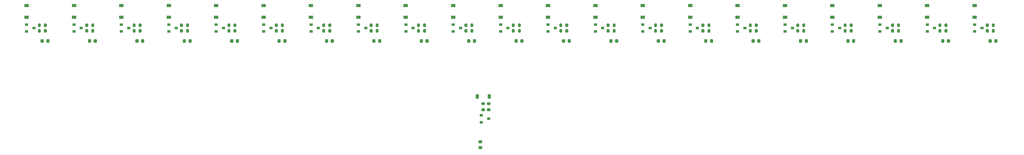
<source format=gbr>
%TF.GenerationSoftware,KiCad,Pcbnew,(5.1.7)-1*%
%TF.CreationDate,2020-11-19T07:16:12+01:00*%
%TF.ProjectId,power_distribution_v01,706f7765-725f-4646-9973-747269627574,rev?*%
%TF.SameCoordinates,Original*%
%TF.FileFunction,Paste,Top*%
%TF.FilePolarity,Positive*%
%FSLAX46Y46*%
G04 Gerber Fmt 4.6, Leading zero omitted, Abs format (unit mm)*
G04 Created by KiCad (PCBNEW (5.1.7)-1) date 2020-11-19 07:16:12*
%MOMM*%
%LPD*%
G01*
G04 APERTURE LIST*
%ADD10R,0.900000X0.800000*%
%ADD11R,1.200000X0.900000*%
%ADD12R,0.900000X1.200000*%
G04 APERTURE END LIST*
%TO.C,R44*%
G36*
G01*
X84663000Y-163509000D02*
X84663000Y-162959000D01*
G75*
G02*
X84863000Y-162759000I200000J0D01*
G01*
X85263000Y-162759000D01*
G75*
G02*
X85463000Y-162959000I0J-200000D01*
G01*
X85463000Y-163509000D01*
G75*
G02*
X85263000Y-163709000I-200000J0D01*
G01*
X84863000Y-163709000D01*
G75*
G02*
X84663000Y-163509000I0J200000D01*
G01*
G37*
G36*
G01*
X83013000Y-163509000D02*
X83013000Y-162959000D01*
G75*
G02*
X83213000Y-162759000I200000J0D01*
G01*
X83613000Y-162759000D01*
G75*
G02*
X83813000Y-162959000I0J-200000D01*
G01*
X83813000Y-163509000D01*
G75*
G02*
X83613000Y-163709000I-200000J0D01*
G01*
X83213000Y-163709000D01*
G75*
G02*
X83013000Y-163509000I0J200000D01*
G01*
G37*
%TD*%
%TO.C,R43*%
G36*
G01*
X84663000Y-165033000D02*
X84663000Y-164483000D01*
G75*
G02*
X84863000Y-164283000I200000J0D01*
G01*
X85263000Y-164283000D01*
G75*
G02*
X85463000Y-164483000I0J-200000D01*
G01*
X85463000Y-165033000D01*
G75*
G02*
X85263000Y-165233000I-200000J0D01*
G01*
X84863000Y-165233000D01*
G75*
G02*
X84663000Y-165033000I0J200000D01*
G01*
G37*
G36*
G01*
X83013000Y-165033000D02*
X83013000Y-164483000D01*
G75*
G02*
X83213000Y-164283000I200000J0D01*
G01*
X83613000Y-164283000D01*
G75*
G02*
X83813000Y-164483000I0J-200000D01*
G01*
X83813000Y-165033000D01*
G75*
G02*
X83613000Y-165233000I-200000J0D01*
G01*
X83213000Y-165233000D01*
G75*
G02*
X83013000Y-165033000I0J200000D01*
G01*
G37*
%TD*%
%TO.C,R42*%
G36*
G01*
X97663000Y-163509000D02*
X97663000Y-162959000D01*
G75*
G02*
X97863000Y-162759000I200000J0D01*
G01*
X98263000Y-162759000D01*
G75*
G02*
X98463000Y-162959000I0J-200000D01*
G01*
X98463000Y-163509000D01*
G75*
G02*
X98263000Y-163709000I-200000J0D01*
G01*
X97863000Y-163709000D01*
G75*
G02*
X97663000Y-163509000I0J200000D01*
G01*
G37*
G36*
G01*
X96013000Y-163509000D02*
X96013000Y-162959000D01*
G75*
G02*
X96213000Y-162759000I200000J0D01*
G01*
X96613000Y-162759000D01*
G75*
G02*
X96813000Y-162959000I0J-200000D01*
G01*
X96813000Y-163509000D01*
G75*
G02*
X96613000Y-163709000I-200000J0D01*
G01*
X96213000Y-163709000D01*
G75*
G02*
X96013000Y-163509000I0J200000D01*
G01*
G37*
%TD*%
%TO.C,R41*%
G36*
G01*
X97675000Y-165025000D02*
X97675000Y-164475000D01*
G75*
G02*
X97875000Y-164275000I200000J0D01*
G01*
X98275000Y-164275000D01*
G75*
G02*
X98475000Y-164475000I0J-200000D01*
G01*
X98475000Y-165025000D01*
G75*
G02*
X98275000Y-165225000I-200000J0D01*
G01*
X97875000Y-165225000D01*
G75*
G02*
X97675000Y-165025000I0J200000D01*
G01*
G37*
G36*
G01*
X96025000Y-165025000D02*
X96025000Y-164475000D01*
G75*
G02*
X96225000Y-164275000I200000J0D01*
G01*
X96625000Y-164275000D01*
G75*
G02*
X96825000Y-164475000I0J-200000D01*
G01*
X96825000Y-165025000D01*
G75*
G02*
X96625000Y-165225000I-200000J0D01*
G01*
X96225000Y-165225000D01*
G75*
G02*
X96025000Y-165025000I0J200000D01*
G01*
G37*
%TD*%
%TO.C,R40*%
G36*
G01*
X110663000Y-163509000D02*
X110663000Y-162959000D01*
G75*
G02*
X110863000Y-162759000I200000J0D01*
G01*
X111263000Y-162759000D01*
G75*
G02*
X111463000Y-162959000I0J-200000D01*
G01*
X111463000Y-163509000D01*
G75*
G02*
X111263000Y-163709000I-200000J0D01*
G01*
X110863000Y-163709000D01*
G75*
G02*
X110663000Y-163509000I0J200000D01*
G01*
G37*
G36*
G01*
X109013000Y-163509000D02*
X109013000Y-162959000D01*
G75*
G02*
X109213000Y-162759000I200000J0D01*
G01*
X109613000Y-162759000D01*
G75*
G02*
X109813000Y-162959000I0J-200000D01*
G01*
X109813000Y-163509000D01*
G75*
G02*
X109613000Y-163709000I-200000J0D01*
G01*
X109213000Y-163709000D01*
G75*
G02*
X109013000Y-163509000I0J200000D01*
G01*
G37*
%TD*%
%TO.C,R39*%
G36*
G01*
X110663000Y-165033000D02*
X110663000Y-164483000D01*
G75*
G02*
X110863000Y-164283000I200000J0D01*
G01*
X111263000Y-164283000D01*
G75*
G02*
X111463000Y-164483000I0J-200000D01*
G01*
X111463000Y-165033000D01*
G75*
G02*
X111263000Y-165233000I-200000J0D01*
G01*
X110863000Y-165233000D01*
G75*
G02*
X110663000Y-165033000I0J200000D01*
G01*
G37*
G36*
G01*
X109013000Y-165033000D02*
X109013000Y-164483000D01*
G75*
G02*
X109213000Y-164283000I200000J0D01*
G01*
X109613000Y-164283000D01*
G75*
G02*
X109813000Y-164483000I0J-200000D01*
G01*
X109813000Y-165033000D01*
G75*
G02*
X109613000Y-165233000I-200000J0D01*
G01*
X109213000Y-165233000D01*
G75*
G02*
X109013000Y-165033000I0J200000D01*
G01*
G37*
%TD*%
%TO.C,R38*%
G36*
G01*
X123663000Y-163509000D02*
X123663000Y-162959000D01*
G75*
G02*
X123863000Y-162759000I200000J0D01*
G01*
X124263000Y-162759000D01*
G75*
G02*
X124463000Y-162959000I0J-200000D01*
G01*
X124463000Y-163509000D01*
G75*
G02*
X124263000Y-163709000I-200000J0D01*
G01*
X123863000Y-163709000D01*
G75*
G02*
X123663000Y-163509000I0J200000D01*
G01*
G37*
G36*
G01*
X122013000Y-163509000D02*
X122013000Y-162959000D01*
G75*
G02*
X122213000Y-162759000I200000J0D01*
G01*
X122613000Y-162759000D01*
G75*
G02*
X122813000Y-162959000I0J-200000D01*
G01*
X122813000Y-163509000D01*
G75*
G02*
X122613000Y-163709000I-200000J0D01*
G01*
X122213000Y-163709000D01*
G75*
G02*
X122013000Y-163509000I0J200000D01*
G01*
G37*
%TD*%
%TO.C,R37*%
G36*
G01*
X123663000Y-165033000D02*
X123663000Y-164483000D01*
G75*
G02*
X123863000Y-164283000I200000J0D01*
G01*
X124263000Y-164283000D01*
G75*
G02*
X124463000Y-164483000I0J-200000D01*
G01*
X124463000Y-165033000D01*
G75*
G02*
X124263000Y-165233000I-200000J0D01*
G01*
X123863000Y-165233000D01*
G75*
G02*
X123663000Y-165033000I0J200000D01*
G01*
G37*
G36*
G01*
X122013000Y-165033000D02*
X122013000Y-164483000D01*
G75*
G02*
X122213000Y-164283000I200000J0D01*
G01*
X122613000Y-164283000D01*
G75*
G02*
X122813000Y-164483000I0J-200000D01*
G01*
X122813000Y-165033000D01*
G75*
G02*
X122613000Y-165233000I-200000J0D01*
G01*
X122213000Y-165233000D01*
G75*
G02*
X122013000Y-165033000I0J200000D01*
G01*
G37*
%TD*%
%TO.C,R36*%
G36*
G01*
X136663000Y-163509000D02*
X136663000Y-162959000D01*
G75*
G02*
X136863000Y-162759000I200000J0D01*
G01*
X137263000Y-162759000D01*
G75*
G02*
X137463000Y-162959000I0J-200000D01*
G01*
X137463000Y-163509000D01*
G75*
G02*
X137263000Y-163709000I-200000J0D01*
G01*
X136863000Y-163709000D01*
G75*
G02*
X136663000Y-163509000I0J200000D01*
G01*
G37*
G36*
G01*
X135013000Y-163509000D02*
X135013000Y-162959000D01*
G75*
G02*
X135213000Y-162759000I200000J0D01*
G01*
X135613000Y-162759000D01*
G75*
G02*
X135813000Y-162959000I0J-200000D01*
G01*
X135813000Y-163509000D01*
G75*
G02*
X135613000Y-163709000I-200000J0D01*
G01*
X135213000Y-163709000D01*
G75*
G02*
X135013000Y-163509000I0J200000D01*
G01*
G37*
%TD*%
%TO.C,R35*%
G36*
G01*
X136663001Y-165033000D02*
X136663001Y-164483000D01*
G75*
G02*
X136863001Y-164283000I200000J0D01*
G01*
X137263001Y-164283000D01*
G75*
G02*
X137463001Y-164483000I0J-200000D01*
G01*
X137463001Y-165033000D01*
G75*
G02*
X137263001Y-165233000I-200000J0D01*
G01*
X136863001Y-165233000D01*
G75*
G02*
X136663001Y-165033000I0J200000D01*
G01*
G37*
G36*
G01*
X135013001Y-165033000D02*
X135013001Y-164483000D01*
G75*
G02*
X135213001Y-164283000I200000J0D01*
G01*
X135613001Y-164283000D01*
G75*
G02*
X135813001Y-164483000I0J-200000D01*
G01*
X135813001Y-165033000D01*
G75*
G02*
X135613001Y-165233000I-200000J0D01*
G01*
X135213001Y-165233000D01*
G75*
G02*
X135013001Y-165033000I0J200000D01*
G01*
G37*
%TD*%
%TO.C,R34*%
G36*
G01*
X149663000Y-163509000D02*
X149663000Y-162959000D01*
G75*
G02*
X149863000Y-162759000I200000J0D01*
G01*
X150263000Y-162759000D01*
G75*
G02*
X150463000Y-162959000I0J-200000D01*
G01*
X150463000Y-163509000D01*
G75*
G02*
X150263000Y-163709000I-200000J0D01*
G01*
X149863000Y-163709000D01*
G75*
G02*
X149663000Y-163509000I0J200000D01*
G01*
G37*
G36*
G01*
X148013000Y-163509000D02*
X148013000Y-162959000D01*
G75*
G02*
X148213000Y-162759000I200000J0D01*
G01*
X148613000Y-162759000D01*
G75*
G02*
X148813000Y-162959000I0J-200000D01*
G01*
X148813000Y-163509000D01*
G75*
G02*
X148613000Y-163709000I-200000J0D01*
G01*
X148213000Y-163709000D01*
G75*
G02*
X148013000Y-163509000I0J200000D01*
G01*
G37*
%TD*%
%TO.C,R33*%
G36*
G01*
X149663000Y-165033000D02*
X149663000Y-164483000D01*
G75*
G02*
X149863000Y-164283000I200000J0D01*
G01*
X150263000Y-164283000D01*
G75*
G02*
X150463000Y-164483000I0J-200000D01*
G01*
X150463000Y-165033000D01*
G75*
G02*
X150263000Y-165233000I-200000J0D01*
G01*
X149863000Y-165233000D01*
G75*
G02*
X149663000Y-165033000I0J200000D01*
G01*
G37*
G36*
G01*
X148013000Y-165033000D02*
X148013000Y-164483000D01*
G75*
G02*
X148213000Y-164283000I200000J0D01*
G01*
X148613000Y-164283000D01*
G75*
G02*
X148813000Y-164483000I0J-200000D01*
G01*
X148813000Y-165033000D01*
G75*
G02*
X148613000Y-165233000I-200000J0D01*
G01*
X148213000Y-165233000D01*
G75*
G02*
X148013000Y-165033000I0J200000D01*
G01*
G37*
%TD*%
%TO.C,R32*%
G36*
G01*
X162663000Y-163509000D02*
X162663000Y-162959000D01*
G75*
G02*
X162863000Y-162759000I200000J0D01*
G01*
X163263000Y-162759000D01*
G75*
G02*
X163463000Y-162959000I0J-200000D01*
G01*
X163463000Y-163509000D01*
G75*
G02*
X163263000Y-163709000I-200000J0D01*
G01*
X162863000Y-163709000D01*
G75*
G02*
X162663000Y-163509000I0J200000D01*
G01*
G37*
G36*
G01*
X161013000Y-163509000D02*
X161013000Y-162959000D01*
G75*
G02*
X161213000Y-162759000I200000J0D01*
G01*
X161613000Y-162759000D01*
G75*
G02*
X161813000Y-162959000I0J-200000D01*
G01*
X161813000Y-163509000D01*
G75*
G02*
X161613000Y-163709000I-200000J0D01*
G01*
X161213000Y-163709000D01*
G75*
G02*
X161013000Y-163509000I0J200000D01*
G01*
G37*
%TD*%
%TO.C,R31*%
G36*
G01*
X162663000Y-165033000D02*
X162663000Y-164483000D01*
G75*
G02*
X162863000Y-164283000I200000J0D01*
G01*
X163263000Y-164283000D01*
G75*
G02*
X163463000Y-164483000I0J-200000D01*
G01*
X163463000Y-165033000D01*
G75*
G02*
X163263000Y-165233000I-200000J0D01*
G01*
X162863000Y-165233000D01*
G75*
G02*
X162663000Y-165033000I0J200000D01*
G01*
G37*
G36*
G01*
X161013000Y-165033000D02*
X161013000Y-164483000D01*
G75*
G02*
X161213000Y-164283000I200000J0D01*
G01*
X161613000Y-164283000D01*
G75*
G02*
X161813000Y-164483000I0J-200000D01*
G01*
X161813000Y-165033000D01*
G75*
G02*
X161613000Y-165233000I-200000J0D01*
G01*
X161213000Y-165233000D01*
G75*
G02*
X161013000Y-165033000I0J200000D01*
G01*
G37*
%TD*%
%TO.C,R30*%
G36*
G01*
X175663000Y-163509000D02*
X175663000Y-162959000D01*
G75*
G02*
X175863000Y-162759000I200000J0D01*
G01*
X176263000Y-162759000D01*
G75*
G02*
X176463000Y-162959000I0J-200000D01*
G01*
X176463000Y-163509000D01*
G75*
G02*
X176263000Y-163709000I-200000J0D01*
G01*
X175863000Y-163709000D01*
G75*
G02*
X175663000Y-163509000I0J200000D01*
G01*
G37*
G36*
G01*
X174013000Y-163509000D02*
X174013000Y-162959000D01*
G75*
G02*
X174213000Y-162759000I200000J0D01*
G01*
X174613000Y-162759000D01*
G75*
G02*
X174813000Y-162959000I0J-200000D01*
G01*
X174813000Y-163509000D01*
G75*
G02*
X174613000Y-163709000I-200000J0D01*
G01*
X174213000Y-163709000D01*
G75*
G02*
X174013000Y-163509000I0J200000D01*
G01*
G37*
%TD*%
%TO.C,R29*%
G36*
G01*
X175663000Y-165033000D02*
X175663000Y-164483000D01*
G75*
G02*
X175863000Y-164283000I200000J0D01*
G01*
X176263000Y-164283000D01*
G75*
G02*
X176463000Y-164483000I0J-200000D01*
G01*
X176463000Y-165033000D01*
G75*
G02*
X176263000Y-165233000I-200000J0D01*
G01*
X175863000Y-165233000D01*
G75*
G02*
X175663000Y-165033000I0J200000D01*
G01*
G37*
G36*
G01*
X174013000Y-165033000D02*
X174013000Y-164483000D01*
G75*
G02*
X174213000Y-164283000I200000J0D01*
G01*
X174613000Y-164283000D01*
G75*
G02*
X174813000Y-164483000I0J-200000D01*
G01*
X174813000Y-165033000D01*
G75*
G02*
X174613000Y-165233000I-200000J0D01*
G01*
X174213000Y-165233000D01*
G75*
G02*
X174013000Y-165033000I0J200000D01*
G01*
G37*
%TD*%
%TO.C,R28*%
G36*
G01*
X188663000Y-163509000D02*
X188663000Y-162959000D01*
G75*
G02*
X188863000Y-162759000I200000J0D01*
G01*
X189263000Y-162759000D01*
G75*
G02*
X189463000Y-162959000I0J-200000D01*
G01*
X189463000Y-163509000D01*
G75*
G02*
X189263000Y-163709000I-200000J0D01*
G01*
X188863000Y-163709000D01*
G75*
G02*
X188663000Y-163509000I0J200000D01*
G01*
G37*
G36*
G01*
X187013000Y-163509000D02*
X187013000Y-162959000D01*
G75*
G02*
X187213000Y-162759000I200000J0D01*
G01*
X187613000Y-162759000D01*
G75*
G02*
X187813000Y-162959000I0J-200000D01*
G01*
X187813000Y-163509000D01*
G75*
G02*
X187613000Y-163709000I-200000J0D01*
G01*
X187213000Y-163709000D01*
G75*
G02*
X187013000Y-163509000I0J200000D01*
G01*
G37*
%TD*%
%TO.C,R27*%
G36*
G01*
X188663000Y-165033000D02*
X188663000Y-164483000D01*
G75*
G02*
X188863000Y-164283000I200000J0D01*
G01*
X189263000Y-164283000D01*
G75*
G02*
X189463000Y-164483000I0J-200000D01*
G01*
X189463000Y-165033000D01*
G75*
G02*
X189263000Y-165233000I-200000J0D01*
G01*
X188863000Y-165233000D01*
G75*
G02*
X188663000Y-165033000I0J200000D01*
G01*
G37*
G36*
G01*
X187013000Y-165033000D02*
X187013000Y-164483000D01*
G75*
G02*
X187213000Y-164283000I200000J0D01*
G01*
X187613000Y-164283000D01*
G75*
G02*
X187813000Y-164483000I0J-200000D01*
G01*
X187813000Y-165033000D01*
G75*
G02*
X187613000Y-165233000I-200000J0D01*
G01*
X187213000Y-165233000D01*
G75*
G02*
X187013000Y-165033000I0J200000D01*
G01*
G37*
%TD*%
%TO.C,R26*%
G36*
G01*
X201663000Y-163509000D02*
X201663000Y-162959000D01*
G75*
G02*
X201863000Y-162759000I200000J0D01*
G01*
X202263000Y-162759000D01*
G75*
G02*
X202463000Y-162959000I0J-200000D01*
G01*
X202463000Y-163509000D01*
G75*
G02*
X202263000Y-163709000I-200000J0D01*
G01*
X201863000Y-163709000D01*
G75*
G02*
X201663000Y-163509000I0J200000D01*
G01*
G37*
G36*
G01*
X200013000Y-163509000D02*
X200013000Y-162959000D01*
G75*
G02*
X200213000Y-162759000I200000J0D01*
G01*
X200613000Y-162759000D01*
G75*
G02*
X200813000Y-162959000I0J-200000D01*
G01*
X200813000Y-163509000D01*
G75*
G02*
X200613000Y-163709000I-200000J0D01*
G01*
X200213000Y-163709000D01*
G75*
G02*
X200013000Y-163509000I0J200000D01*
G01*
G37*
%TD*%
%TO.C,R25*%
G36*
G01*
X201663000Y-165033000D02*
X201663000Y-164483000D01*
G75*
G02*
X201863000Y-164283000I200000J0D01*
G01*
X202263000Y-164283000D01*
G75*
G02*
X202463000Y-164483000I0J-200000D01*
G01*
X202463000Y-165033000D01*
G75*
G02*
X202263000Y-165233000I-200000J0D01*
G01*
X201863000Y-165233000D01*
G75*
G02*
X201663000Y-165033000I0J200000D01*
G01*
G37*
G36*
G01*
X200013000Y-165033000D02*
X200013000Y-164483000D01*
G75*
G02*
X200213000Y-164283000I200000J0D01*
G01*
X200613000Y-164283000D01*
G75*
G02*
X200813000Y-164483000I0J-200000D01*
G01*
X200813000Y-165033000D01*
G75*
G02*
X200613000Y-165233000I-200000J0D01*
G01*
X200213000Y-165233000D01*
G75*
G02*
X200013000Y-165033000I0J200000D01*
G01*
G37*
%TD*%
%TO.C,R24*%
G36*
G01*
X214663000Y-163509000D02*
X214663000Y-162959000D01*
G75*
G02*
X214863000Y-162759000I200000J0D01*
G01*
X215263000Y-162759000D01*
G75*
G02*
X215463000Y-162959000I0J-200000D01*
G01*
X215463000Y-163509000D01*
G75*
G02*
X215263000Y-163709000I-200000J0D01*
G01*
X214863000Y-163709000D01*
G75*
G02*
X214663000Y-163509000I0J200000D01*
G01*
G37*
G36*
G01*
X213013000Y-163509000D02*
X213013000Y-162959000D01*
G75*
G02*
X213213000Y-162759000I200000J0D01*
G01*
X213613000Y-162759000D01*
G75*
G02*
X213813000Y-162959000I0J-200000D01*
G01*
X213813000Y-163509000D01*
G75*
G02*
X213613000Y-163709000I-200000J0D01*
G01*
X213213000Y-163709000D01*
G75*
G02*
X213013000Y-163509000I0J200000D01*
G01*
G37*
%TD*%
%TO.C,R23*%
G36*
G01*
X214663001Y-165033000D02*
X214663001Y-164483000D01*
G75*
G02*
X214863001Y-164283000I200000J0D01*
G01*
X215263001Y-164283000D01*
G75*
G02*
X215463001Y-164483000I0J-200000D01*
G01*
X215463001Y-165033000D01*
G75*
G02*
X215263001Y-165233000I-200000J0D01*
G01*
X214863001Y-165233000D01*
G75*
G02*
X214663001Y-165033000I0J200000D01*
G01*
G37*
G36*
G01*
X213013001Y-165033000D02*
X213013001Y-164483000D01*
G75*
G02*
X213213001Y-164283000I200000J0D01*
G01*
X213613001Y-164283000D01*
G75*
G02*
X213813001Y-164483000I0J-200000D01*
G01*
X213813001Y-165033000D01*
G75*
G02*
X213613001Y-165233000I-200000J0D01*
G01*
X213213001Y-165233000D01*
G75*
G02*
X213013001Y-165033000I0J200000D01*
G01*
G37*
%TD*%
%TO.C,R22*%
G36*
G01*
X227663000Y-163509000D02*
X227663000Y-162959000D01*
G75*
G02*
X227863000Y-162759000I200000J0D01*
G01*
X228263000Y-162759000D01*
G75*
G02*
X228463000Y-162959000I0J-200000D01*
G01*
X228463000Y-163509000D01*
G75*
G02*
X228263000Y-163709000I-200000J0D01*
G01*
X227863000Y-163709000D01*
G75*
G02*
X227663000Y-163509000I0J200000D01*
G01*
G37*
G36*
G01*
X226013000Y-163509000D02*
X226013000Y-162959000D01*
G75*
G02*
X226213000Y-162759000I200000J0D01*
G01*
X226613000Y-162759000D01*
G75*
G02*
X226813000Y-162959000I0J-200000D01*
G01*
X226813000Y-163509000D01*
G75*
G02*
X226613000Y-163709000I-200000J0D01*
G01*
X226213000Y-163709000D01*
G75*
G02*
X226013000Y-163509000I0J200000D01*
G01*
G37*
%TD*%
%TO.C,R21*%
G36*
G01*
X227663000Y-165033000D02*
X227663000Y-164483000D01*
G75*
G02*
X227863000Y-164283000I200000J0D01*
G01*
X228263000Y-164283000D01*
G75*
G02*
X228463000Y-164483000I0J-200000D01*
G01*
X228463000Y-165033000D01*
G75*
G02*
X228263000Y-165233000I-200000J0D01*
G01*
X227863000Y-165233000D01*
G75*
G02*
X227663000Y-165033000I0J200000D01*
G01*
G37*
G36*
G01*
X226013000Y-165033000D02*
X226013000Y-164483000D01*
G75*
G02*
X226213000Y-164283000I200000J0D01*
G01*
X226613000Y-164283000D01*
G75*
G02*
X226813000Y-164483000I0J-200000D01*
G01*
X226813000Y-165033000D01*
G75*
G02*
X226613000Y-165233000I-200000J0D01*
G01*
X226213000Y-165233000D01*
G75*
G02*
X226013000Y-165033000I0J200000D01*
G01*
G37*
%TD*%
%TO.C,R20*%
G36*
G01*
X240663000Y-163509000D02*
X240663000Y-162959000D01*
G75*
G02*
X240863000Y-162759000I200000J0D01*
G01*
X241263000Y-162759000D01*
G75*
G02*
X241463000Y-162959000I0J-200000D01*
G01*
X241463000Y-163509000D01*
G75*
G02*
X241263000Y-163709000I-200000J0D01*
G01*
X240863000Y-163709000D01*
G75*
G02*
X240663000Y-163509000I0J200000D01*
G01*
G37*
G36*
G01*
X239013000Y-163509000D02*
X239013000Y-162959000D01*
G75*
G02*
X239213000Y-162759000I200000J0D01*
G01*
X239613000Y-162759000D01*
G75*
G02*
X239813000Y-162959000I0J-200000D01*
G01*
X239813000Y-163509000D01*
G75*
G02*
X239613000Y-163709000I-200000J0D01*
G01*
X239213000Y-163709000D01*
G75*
G02*
X239013000Y-163509000I0J200000D01*
G01*
G37*
%TD*%
%TO.C,R19*%
G36*
G01*
X240663000Y-165033000D02*
X240663000Y-164483000D01*
G75*
G02*
X240863000Y-164283000I200000J0D01*
G01*
X241263000Y-164283000D01*
G75*
G02*
X241463000Y-164483000I0J-200000D01*
G01*
X241463000Y-165033000D01*
G75*
G02*
X241263000Y-165233000I-200000J0D01*
G01*
X240863000Y-165233000D01*
G75*
G02*
X240663000Y-165033000I0J200000D01*
G01*
G37*
G36*
G01*
X239013000Y-165033000D02*
X239013000Y-164483000D01*
G75*
G02*
X239213000Y-164283000I200000J0D01*
G01*
X239613000Y-164283000D01*
G75*
G02*
X239813000Y-164483000I0J-200000D01*
G01*
X239813000Y-165033000D01*
G75*
G02*
X239613000Y-165233000I-200000J0D01*
G01*
X239213000Y-165233000D01*
G75*
G02*
X239013000Y-165033000I0J200000D01*
G01*
G37*
%TD*%
%TO.C,R18*%
G36*
G01*
X253663000Y-163509000D02*
X253663000Y-162959000D01*
G75*
G02*
X253863000Y-162759000I200000J0D01*
G01*
X254263000Y-162759000D01*
G75*
G02*
X254463000Y-162959000I0J-200000D01*
G01*
X254463000Y-163509000D01*
G75*
G02*
X254263000Y-163709000I-200000J0D01*
G01*
X253863000Y-163709000D01*
G75*
G02*
X253663000Y-163509000I0J200000D01*
G01*
G37*
G36*
G01*
X252013000Y-163509000D02*
X252013000Y-162959000D01*
G75*
G02*
X252213000Y-162759000I200000J0D01*
G01*
X252613000Y-162759000D01*
G75*
G02*
X252813000Y-162959000I0J-200000D01*
G01*
X252813000Y-163509000D01*
G75*
G02*
X252613000Y-163709000I-200000J0D01*
G01*
X252213000Y-163709000D01*
G75*
G02*
X252013000Y-163509000I0J200000D01*
G01*
G37*
%TD*%
%TO.C,R17*%
G36*
G01*
X253663000Y-165033000D02*
X253663000Y-164483000D01*
G75*
G02*
X253863000Y-164283000I200000J0D01*
G01*
X254263000Y-164283000D01*
G75*
G02*
X254463000Y-164483000I0J-200000D01*
G01*
X254463000Y-165033000D01*
G75*
G02*
X254263000Y-165233000I-200000J0D01*
G01*
X253863000Y-165233000D01*
G75*
G02*
X253663000Y-165033000I0J200000D01*
G01*
G37*
G36*
G01*
X252013000Y-165033000D02*
X252013000Y-164483000D01*
G75*
G02*
X252213000Y-164283000I200000J0D01*
G01*
X252613000Y-164283000D01*
G75*
G02*
X252813000Y-164483000I0J-200000D01*
G01*
X252813000Y-165033000D01*
G75*
G02*
X252613000Y-165233000I-200000J0D01*
G01*
X252213000Y-165233000D01*
G75*
G02*
X252013000Y-165033000I0J200000D01*
G01*
G37*
%TD*%
%TO.C,R16*%
G36*
G01*
X266663000Y-163509000D02*
X266663000Y-162959000D01*
G75*
G02*
X266863000Y-162759000I200000J0D01*
G01*
X267263000Y-162759000D01*
G75*
G02*
X267463000Y-162959000I0J-200000D01*
G01*
X267463000Y-163509000D01*
G75*
G02*
X267263000Y-163709000I-200000J0D01*
G01*
X266863000Y-163709000D01*
G75*
G02*
X266663000Y-163509000I0J200000D01*
G01*
G37*
G36*
G01*
X265013000Y-163509000D02*
X265013000Y-162959000D01*
G75*
G02*
X265213000Y-162759000I200000J0D01*
G01*
X265613000Y-162759000D01*
G75*
G02*
X265813000Y-162959000I0J-200000D01*
G01*
X265813000Y-163509000D01*
G75*
G02*
X265613000Y-163709000I-200000J0D01*
G01*
X265213000Y-163709000D01*
G75*
G02*
X265013000Y-163509000I0J200000D01*
G01*
G37*
%TD*%
%TO.C,R15*%
G36*
G01*
X266663000Y-165033000D02*
X266663000Y-164483000D01*
G75*
G02*
X266863000Y-164283000I200000J0D01*
G01*
X267263000Y-164283000D01*
G75*
G02*
X267463000Y-164483000I0J-200000D01*
G01*
X267463000Y-165033000D01*
G75*
G02*
X267263000Y-165233000I-200000J0D01*
G01*
X266863000Y-165233000D01*
G75*
G02*
X266663000Y-165033000I0J200000D01*
G01*
G37*
G36*
G01*
X265013000Y-165033000D02*
X265013000Y-164483000D01*
G75*
G02*
X265213000Y-164283000I200000J0D01*
G01*
X265613000Y-164283000D01*
G75*
G02*
X265813000Y-164483000I0J-200000D01*
G01*
X265813000Y-165033000D01*
G75*
G02*
X265613000Y-165233000I-200000J0D01*
G01*
X265213000Y-165233000D01*
G75*
G02*
X265013000Y-165033000I0J200000D01*
G01*
G37*
%TD*%
%TO.C,R14*%
G36*
G01*
X279663000Y-163509000D02*
X279663000Y-162959000D01*
G75*
G02*
X279863000Y-162759000I200000J0D01*
G01*
X280263000Y-162759000D01*
G75*
G02*
X280463000Y-162959000I0J-200000D01*
G01*
X280463000Y-163509000D01*
G75*
G02*
X280263000Y-163709000I-200000J0D01*
G01*
X279863000Y-163709000D01*
G75*
G02*
X279663000Y-163509000I0J200000D01*
G01*
G37*
G36*
G01*
X278013000Y-163509000D02*
X278013000Y-162959000D01*
G75*
G02*
X278213000Y-162759000I200000J0D01*
G01*
X278613000Y-162759000D01*
G75*
G02*
X278813000Y-162959000I0J-200000D01*
G01*
X278813000Y-163509000D01*
G75*
G02*
X278613000Y-163709000I-200000J0D01*
G01*
X278213000Y-163709000D01*
G75*
G02*
X278013000Y-163509000I0J200000D01*
G01*
G37*
%TD*%
%TO.C,R13*%
G36*
G01*
X279663000Y-165033000D02*
X279663000Y-164483000D01*
G75*
G02*
X279863000Y-164283000I200000J0D01*
G01*
X280263000Y-164283000D01*
G75*
G02*
X280463000Y-164483000I0J-200000D01*
G01*
X280463000Y-165033000D01*
G75*
G02*
X280263000Y-165233000I-200000J0D01*
G01*
X279863000Y-165233000D01*
G75*
G02*
X279663000Y-165033000I0J200000D01*
G01*
G37*
G36*
G01*
X278013000Y-165033000D02*
X278013000Y-164483000D01*
G75*
G02*
X278213000Y-164283000I200000J0D01*
G01*
X278613000Y-164283000D01*
G75*
G02*
X278813000Y-164483000I0J-200000D01*
G01*
X278813000Y-165033000D01*
G75*
G02*
X278613000Y-165233000I-200000J0D01*
G01*
X278213000Y-165233000D01*
G75*
G02*
X278013000Y-165033000I0J200000D01*
G01*
G37*
%TD*%
%TO.C,R12*%
G36*
G01*
X292663000Y-163509000D02*
X292663000Y-162959000D01*
G75*
G02*
X292863000Y-162759000I200000J0D01*
G01*
X293263000Y-162759000D01*
G75*
G02*
X293463000Y-162959000I0J-200000D01*
G01*
X293463000Y-163509000D01*
G75*
G02*
X293263000Y-163709000I-200000J0D01*
G01*
X292863000Y-163709000D01*
G75*
G02*
X292663000Y-163509000I0J200000D01*
G01*
G37*
G36*
G01*
X291013000Y-163509000D02*
X291013000Y-162959000D01*
G75*
G02*
X291213000Y-162759000I200000J0D01*
G01*
X291613000Y-162759000D01*
G75*
G02*
X291813000Y-162959000I0J-200000D01*
G01*
X291813000Y-163509000D01*
G75*
G02*
X291613000Y-163709000I-200000J0D01*
G01*
X291213000Y-163709000D01*
G75*
G02*
X291013000Y-163509000I0J200000D01*
G01*
G37*
%TD*%
%TO.C,R11*%
G36*
G01*
X292663000Y-165033000D02*
X292663000Y-164483000D01*
G75*
G02*
X292863000Y-164283000I200000J0D01*
G01*
X293263000Y-164283000D01*
G75*
G02*
X293463000Y-164483000I0J-200000D01*
G01*
X293463000Y-165033000D01*
G75*
G02*
X293263000Y-165233000I-200000J0D01*
G01*
X292863000Y-165233000D01*
G75*
G02*
X292663000Y-165033000I0J200000D01*
G01*
G37*
G36*
G01*
X291013000Y-165033000D02*
X291013000Y-164483000D01*
G75*
G02*
X291213000Y-164283000I200000J0D01*
G01*
X291613000Y-164283000D01*
G75*
G02*
X291813000Y-164483000I0J-200000D01*
G01*
X291813000Y-165033000D01*
G75*
G02*
X291613000Y-165233000I-200000J0D01*
G01*
X291213000Y-165233000D01*
G75*
G02*
X291013000Y-165033000I0J200000D01*
G01*
G37*
%TD*%
%TO.C,R10*%
G36*
G01*
X305663000Y-163509000D02*
X305663000Y-162959000D01*
G75*
G02*
X305863000Y-162759000I200000J0D01*
G01*
X306263000Y-162759000D01*
G75*
G02*
X306463000Y-162959000I0J-200000D01*
G01*
X306463000Y-163509000D01*
G75*
G02*
X306263000Y-163709000I-200000J0D01*
G01*
X305863000Y-163709000D01*
G75*
G02*
X305663000Y-163509000I0J200000D01*
G01*
G37*
G36*
G01*
X304013000Y-163509000D02*
X304013000Y-162959000D01*
G75*
G02*
X304213000Y-162759000I200000J0D01*
G01*
X304613000Y-162759000D01*
G75*
G02*
X304813000Y-162959000I0J-200000D01*
G01*
X304813000Y-163509000D01*
G75*
G02*
X304613000Y-163709000I-200000J0D01*
G01*
X304213000Y-163709000D01*
G75*
G02*
X304013000Y-163509000I0J200000D01*
G01*
G37*
%TD*%
%TO.C,R9*%
G36*
G01*
X305663000Y-165033000D02*
X305663000Y-164483000D01*
G75*
G02*
X305863000Y-164283000I200000J0D01*
G01*
X306263000Y-164283000D01*
G75*
G02*
X306463000Y-164483000I0J-200000D01*
G01*
X306463000Y-165033000D01*
G75*
G02*
X306263000Y-165233000I-200000J0D01*
G01*
X305863000Y-165233000D01*
G75*
G02*
X305663000Y-165033000I0J200000D01*
G01*
G37*
G36*
G01*
X304013000Y-165033000D02*
X304013000Y-164483000D01*
G75*
G02*
X304213000Y-164283000I200000J0D01*
G01*
X304613000Y-164283000D01*
G75*
G02*
X304813000Y-164483000I0J-200000D01*
G01*
X304813000Y-165033000D01*
G75*
G02*
X304613000Y-165233000I-200000J0D01*
G01*
X304213000Y-165233000D01*
G75*
G02*
X304013000Y-165033000I0J200000D01*
G01*
G37*
%TD*%
%TO.C,R8*%
G36*
G01*
X318663000Y-163509000D02*
X318663000Y-162959000D01*
G75*
G02*
X318863000Y-162759000I200000J0D01*
G01*
X319263000Y-162759000D01*
G75*
G02*
X319463000Y-162959000I0J-200000D01*
G01*
X319463000Y-163509000D01*
G75*
G02*
X319263000Y-163709000I-200000J0D01*
G01*
X318863000Y-163709000D01*
G75*
G02*
X318663000Y-163509000I0J200000D01*
G01*
G37*
G36*
G01*
X317013000Y-163509000D02*
X317013000Y-162959000D01*
G75*
G02*
X317213000Y-162759000I200000J0D01*
G01*
X317613000Y-162759000D01*
G75*
G02*
X317813000Y-162959000I0J-200000D01*
G01*
X317813000Y-163509000D01*
G75*
G02*
X317613000Y-163709000I-200000J0D01*
G01*
X317213000Y-163709000D01*
G75*
G02*
X317013000Y-163509000I0J200000D01*
G01*
G37*
%TD*%
%TO.C,R7*%
G36*
G01*
X318663000Y-165033000D02*
X318663000Y-164483000D01*
G75*
G02*
X318863000Y-164283000I200000J0D01*
G01*
X319263000Y-164283000D01*
G75*
G02*
X319463000Y-164483000I0J-200000D01*
G01*
X319463000Y-165033000D01*
G75*
G02*
X319263000Y-165233000I-200000J0D01*
G01*
X318863000Y-165233000D01*
G75*
G02*
X318663000Y-165033000I0J200000D01*
G01*
G37*
G36*
G01*
X317013000Y-165033000D02*
X317013000Y-164483000D01*
G75*
G02*
X317213000Y-164283000I200000J0D01*
G01*
X317613000Y-164283000D01*
G75*
G02*
X317813000Y-164483000I0J-200000D01*
G01*
X317813000Y-165033000D01*
G75*
G02*
X317613000Y-165233000I-200000J0D01*
G01*
X317213000Y-165233000D01*
G75*
G02*
X317013000Y-165033000I0J200000D01*
G01*
G37*
%TD*%
%TO.C,R6*%
G36*
G01*
X331663000Y-163509000D02*
X331663000Y-162959000D01*
G75*
G02*
X331863000Y-162759000I200000J0D01*
G01*
X332263000Y-162759000D01*
G75*
G02*
X332463000Y-162959000I0J-200000D01*
G01*
X332463000Y-163509000D01*
G75*
G02*
X332263000Y-163709000I-200000J0D01*
G01*
X331863000Y-163709000D01*
G75*
G02*
X331663000Y-163509000I0J200000D01*
G01*
G37*
G36*
G01*
X330013000Y-163509000D02*
X330013000Y-162959000D01*
G75*
G02*
X330213000Y-162759000I200000J0D01*
G01*
X330613000Y-162759000D01*
G75*
G02*
X330813000Y-162959000I0J-200000D01*
G01*
X330813000Y-163509000D01*
G75*
G02*
X330613000Y-163709000I-200000J0D01*
G01*
X330213000Y-163709000D01*
G75*
G02*
X330013000Y-163509000I0J200000D01*
G01*
G37*
%TD*%
%TO.C,R5*%
G36*
G01*
X331663000Y-165033000D02*
X331663000Y-164483000D01*
G75*
G02*
X331863000Y-164283000I200000J0D01*
G01*
X332263000Y-164283000D01*
G75*
G02*
X332463000Y-164483000I0J-200000D01*
G01*
X332463000Y-165033000D01*
G75*
G02*
X332263000Y-165233000I-200000J0D01*
G01*
X331863000Y-165233000D01*
G75*
G02*
X331663000Y-165033000I0J200000D01*
G01*
G37*
G36*
G01*
X330013000Y-165033000D02*
X330013000Y-164483000D01*
G75*
G02*
X330213000Y-164283000I200000J0D01*
G01*
X330613000Y-164283000D01*
G75*
G02*
X330813000Y-164483000I0J-200000D01*
G01*
X330813000Y-165033000D01*
G75*
G02*
X330613000Y-165233000I-200000J0D01*
G01*
X330213000Y-165233000D01*
G75*
G02*
X330013000Y-165033000I0J200000D01*
G01*
G37*
%TD*%
%TO.C,R4*%
G36*
G01*
X344663000Y-163509000D02*
X344663000Y-162959000D01*
G75*
G02*
X344863000Y-162759000I200000J0D01*
G01*
X345263000Y-162759000D01*
G75*
G02*
X345463000Y-162959000I0J-200000D01*
G01*
X345463000Y-163509000D01*
G75*
G02*
X345263000Y-163709000I-200000J0D01*
G01*
X344863000Y-163709000D01*
G75*
G02*
X344663000Y-163509000I0J200000D01*
G01*
G37*
G36*
G01*
X343013000Y-163509000D02*
X343013000Y-162959000D01*
G75*
G02*
X343213000Y-162759000I200000J0D01*
G01*
X343613000Y-162759000D01*
G75*
G02*
X343813000Y-162959000I0J-200000D01*
G01*
X343813000Y-163509000D01*
G75*
G02*
X343613000Y-163709000I-200000J0D01*
G01*
X343213000Y-163709000D01*
G75*
G02*
X343013000Y-163509000I0J200000D01*
G01*
G37*
%TD*%
%TO.C,R3*%
G36*
G01*
X344663000Y-165033000D02*
X344663000Y-164483000D01*
G75*
G02*
X344863000Y-164283000I200000J0D01*
G01*
X345263000Y-164283000D01*
G75*
G02*
X345463000Y-164483000I0J-200000D01*
G01*
X345463000Y-165033000D01*
G75*
G02*
X345263000Y-165233000I-200000J0D01*
G01*
X344863000Y-165233000D01*
G75*
G02*
X344663000Y-165033000I0J200000D01*
G01*
G37*
G36*
G01*
X343013000Y-165033000D02*
X343013000Y-164483000D01*
G75*
G02*
X343213000Y-164283000I200000J0D01*
G01*
X343613000Y-164283000D01*
G75*
G02*
X343813000Y-164483000I0J-200000D01*
G01*
X343813000Y-165033000D01*
G75*
G02*
X343613000Y-165233000I-200000J0D01*
G01*
X343213000Y-165233000D01*
G75*
G02*
X343013000Y-165033000I0J200000D01*
G01*
G37*
%TD*%
D10*
%TO.C,Q22*%
X81936000Y-163996000D03*
X79936000Y-164946000D03*
X79936000Y-163046000D03*
%TD*%
%TO.C,Q21*%
X94936000Y-163996000D03*
X92936000Y-164946000D03*
X92936000Y-163046000D03*
%TD*%
%TO.C,Q20*%
X107936000Y-163996000D03*
X105936000Y-164946000D03*
X105936000Y-163046000D03*
%TD*%
%TO.C,Q19*%
X120936000Y-163996000D03*
X118936000Y-164946000D03*
X118936000Y-163046000D03*
%TD*%
%TO.C,Q18*%
X133936000Y-163996000D03*
X131936000Y-164946000D03*
X131936000Y-163046000D03*
%TD*%
%TO.C,Q17*%
X146936000Y-163996000D03*
X144936000Y-164946000D03*
X144936000Y-163046000D03*
%TD*%
%TO.C,Q16*%
X159936000Y-163996000D03*
X157936000Y-164946000D03*
X157936000Y-163046000D03*
%TD*%
%TO.C,Q15*%
X172936000Y-163996000D03*
X170936000Y-164946000D03*
X170936000Y-163046000D03*
%TD*%
%TO.C,Q14*%
X185936000Y-163996000D03*
X183936000Y-164946000D03*
X183936000Y-163046000D03*
%TD*%
%TO.C,Q13*%
X198936000Y-163996000D03*
X196936000Y-164946000D03*
X196936000Y-163046000D03*
%TD*%
%TO.C,Q12*%
X211936000Y-163996000D03*
X209936000Y-164946000D03*
X209936000Y-163046000D03*
%TD*%
%TO.C,Q11*%
X224936000Y-163996000D03*
X222936000Y-164946000D03*
X222936000Y-163046000D03*
%TD*%
%TO.C,Q10*%
X237936000Y-163996000D03*
X235936000Y-164946000D03*
X235936000Y-163046000D03*
%TD*%
%TO.C,Q9*%
X250936000Y-163996000D03*
X248936000Y-164946000D03*
X248936000Y-163046000D03*
%TD*%
%TO.C,Q8*%
X263936000Y-163996000D03*
X261936000Y-164946000D03*
X261936000Y-163046000D03*
%TD*%
%TO.C,Q7*%
X276936000Y-163996000D03*
X274936000Y-164946000D03*
X274936000Y-163046000D03*
%TD*%
%TO.C,Q6*%
X289936000Y-163996000D03*
X287936000Y-164946000D03*
X287936000Y-163046000D03*
%TD*%
%TO.C,Q5*%
X302936000Y-163996000D03*
X300936000Y-164946000D03*
X300936000Y-163046000D03*
%TD*%
%TO.C,Q4*%
X315936000Y-163996000D03*
X313936000Y-164946000D03*
X313936000Y-163046000D03*
%TD*%
%TO.C,Q3*%
X328936000Y-163996000D03*
X326936000Y-164946000D03*
X326936000Y-163046000D03*
%TD*%
%TO.C,Q2*%
X341936000Y-163996000D03*
X339936000Y-164946000D03*
X339936000Y-163046000D03*
%TD*%
D11*
%TO.C,D44*%
X79920000Y-157774000D03*
X79920000Y-161074000D03*
%TD*%
%TO.C,D43*%
G36*
G01*
X85324500Y-167808250D02*
X85324500Y-167295750D01*
G75*
G02*
X85543250Y-167077000I218750J0D01*
G01*
X85980750Y-167077000D01*
G75*
G02*
X86199500Y-167295750I0J-218750D01*
G01*
X86199500Y-167808250D01*
G75*
G02*
X85980750Y-168027000I-218750J0D01*
G01*
X85543250Y-168027000D01*
G75*
G02*
X85324500Y-167808250I0J218750D01*
G01*
G37*
G36*
G01*
X83749500Y-167808250D02*
X83749500Y-167295750D01*
G75*
G02*
X83968250Y-167077000I218750J0D01*
G01*
X84405750Y-167077000D01*
G75*
G02*
X84624500Y-167295750I0J-218750D01*
G01*
X84624500Y-167808250D01*
G75*
G02*
X84405750Y-168027000I-218750J0D01*
G01*
X83968250Y-168027000D01*
G75*
G02*
X83749500Y-167808250I0J218750D01*
G01*
G37*
%TD*%
%TO.C,D42*%
X92920000Y-157774000D03*
X92920000Y-161074000D03*
%TD*%
%TO.C,D41*%
G36*
G01*
X98324501Y-167808250D02*
X98324501Y-167295750D01*
G75*
G02*
X98543251Y-167077000I218750J0D01*
G01*
X98980751Y-167077000D01*
G75*
G02*
X99199501Y-167295750I0J-218750D01*
G01*
X99199501Y-167808250D01*
G75*
G02*
X98980751Y-168027000I-218750J0D01*
G01*
X98543251Y-168027000D01*
G75*
G02*
X98324501Y-167808250I0J218750D01*
G01*
G37*
G36*
G01*
X96749501Y-167808250D02*
X96749501Y-167295750D01*
G75*
G02*
X96968251Y-167077000I218750J0D01*
G01*
X97405751Y-167077000D01*
G75*
G02*
X97624501Y-167295750I0J-218750D01*
G01*
X97624501Y-167808250D01*
G75*
G02*
X97405751Y-168027000I-218750J0D01*
G01*
X96968251Y-168027000D01*
G75*
G02*
X96749501Y-167808250I0J218750D01*
G01*
G37*
%TD*%
%TO.C,D40*%
X105920000Y-157774000D03*
X105920000Y-161074000D03*
%TD*%
%TO.C,D39*%
G36*
G01*
X111324500Y-167808250D02*
X111324500Y-167295750D01*
G75*
G02*
X111543250Y-167077000I218750J0D01*
G01*
X111980750Y-167077000D01*
G75*
G02*
X112199500Y-167295750I0J-218750D01*
G01*
X112199500Y-167808250D01*
G75*
G02*
X111980750Y-168027000I-218750J0D01*
G01*
X111543250Y-168027000D01*
G75*
G02*
X111324500Y-167808250I0J218750D01*
G01*
G37*
G36*
G01*
X109749500Y-167808250D02*
X109749500Y-167295750D01*
G75*
G02*
X109968250Y-167077000I218750J0D01*
G01*
X110405750Y-167077000D01*
G75*
G02*
X110624500Y-167295750I0J-218750D01*
G01*
X110624500Y-167808250D01*
G75*
G02*
X110405750Y-168027000I-218750J0D01*
G01*
X109968250Y-168027000D01*
G75*
G02*
X109749500Y-167808250I0J218750D01*
G01*
G37*
%TD*%
%TO.C,D38*%
X118920000Y-157774000D03*
X118920000Y-161074000D03*
%TD*%
%TO.C,D37*%
G36*
G01*
X124324500Y-167808250D02*
X124324500Y-167295750D01*
G75*
G02*
X124543250Y-167077000I218750J0D01*
G01*
X124980750Y-167077000D01*
G75*
G02*
X125199500Y-167295750I0J-218750D01*
G01*
X125199500Y-167808250D01*
G75*
G02*
X124980750Y-168027000I-218750J0D01*
G01*
X124543250Y-168027000D01*
G75*
G02*
X124324500Y-167808250I0J218750D01*
G01*
G37*
G36*
G01*
X122749500Y-167808250D02*
X122749500Y-167295750D01*
G75*
G02*
X122968250Y-167077000I218750J0D01*
G01*
X123405750Y-167077000D01*
G75*
G02*
X123624500Y-167295750I0J-218750D01*
G01*
X123624500Y-167808250D01*
G75*
G02*
X123405750Y-168027000I-218750J0D01*
G01*
X122968250Y-168027000D01*
G75*
G02*
X122749500Y-167808250I0J218750D01*
G01*
G37*
%TD*%
%TO.C,D36*%
X131920000Y-157774000D03*
X131920000Y-161074000D03*
%TD*%
%TO.C,D35*%
G36*
G01*
X137324501Y-167808250D02*
X137324501Y-167295750D01*
G75*
G02*
X137543251Y-167077000I218750J0D01*
G01*
X137980751Y-167077000D01*
G75*
G02*
X138199501Y-167295750I0J-218750D01*
G01*
X138199501Y-167808250D01*
G75*
G02*
X137980751Y-168027000I-218750J0D01*
G01*
X137543251Y-168027000D01*
G75*
G02*
X137324501Y-167808250I0J218750D01*
G01*
G37*
G36*
G01*
X135749501Y-167808250D02*
X135749501Y-167295750D01*
G75*
G02*
X135968251Y-167077000I218750J0D01*
G01*
X136405751Y-167077000D01*
G75*
G02*
X136624501Y-167295750I0J-218750D01*
G01*
X136624501Y-167808250D01*
G75*
G02*
X136405751Y-168027000I-218750J0D01*
G01*
X135968251Y-168027000D01*
G75*
G02*
X135749501Y-167808250I0J218750D01*
G01*
G37*
%TD*%
%TO.C,D34*%
X144920000Y-157774000D03*
X144920000Y-161074000D03*
%TD*%
%TO.C,D33*%
G36*
G01*
X150324500Y-167808250D02*
X150324500Y-167295750D01*
G75*
G02*
X150543250Y-167077000I218750J0D01*
G01*
X150980750Y-167077000D01*
G75*
G02*
X151199500Y-167295750I0J-218750D01*
G01*
X151199500Y-167808250D01*
G75*
G02*
X150980750Y-168027000I-218750J0D01*
G01*
X150543250Y-168027000D01*
G75*
G02*
X150324500Y-167808250I0J218750D01*
G01*
G37*
G36*
G01*
X148749500Y-167808250D02*
X148749500Y-167295750D01*
G75*
G02*
X148968250Y-167077000I218750J0D01*
G01*
X149405750Y-167077000D01*
G75*
G02*
X149624500Y-167295750I0J-218750D01*
G01*
X149624500Y-167808250D01*
G75*
G02*
X149405750Y-168027000I-218750J0D01*
G01*
X148968250Y-168027000D01*
G75*
G02*
X148749500Y-167808250I0J218750D01*
G01*
G37*
%TD*%
%TO.C,D32*%
X157920000Y-157774000D03*
X157920000Y-161074000D03*
%TD*%
%TO.C,D31*%
G36*
G01*
X163324500Y-167808250D02*
X163324500Y-167295750D01*
G75*
G02*
X163543250Y-167077000I218750J0D01*
G01*
X163980750Y-167077000D01*
G75*
G02*
X164199500Y-167295750I0J-218750D01*
G01*
X164199500Y-167808250D01*
G75*
G02*
X163980750Y-168027000I-218750J0D01*
G01*
X163543250Y-168027000D01*
G75*
G02*
X163324500Y-167808250I0J218750D01*
G01*
G37*
G36*
G01*
X161749500Y-167808250D02*
X161749500Y-167295750D01*
G75*
G02*
X161968250Y-167077000I218750J0D01*
G01*
X162405750Y-167077000D01*
G75*
G02*
X162624500Y-167295750I0J-218750D01*
G01*
X162624500Y-167808250D01*
G75*
G02*
X162405750Y-168027000I-218750J0D01*
G01*
X161968250Y-168027000D01*
G75*
G02*
X161749500Y-167808250I0J218750D01*
G01*
G37*
%TD*%
%TO.C,D30*%
X170920000Y-157774000D03*
X170920000Y-161074000D03*
%TD*%
%TO.C,D29*%
G36*
G01*
X176324500Y-167808250D02*
X176324500Y-167295750D01*
G75*
G02*
X176543250Y-167077000I218750J0D01*
G01*
X176980750Y-167077000D01*
G75*
G02*
X177199500Y-167295750I0J-218750D01*
G01*
X177199500Y-167808250D01*
G75*
G02*
X176980750Y-168027000I-218750J0D01*
G01*
X176543250Y-168027000D01*
G75*
G02*
X176324500Y-167808250I0J218750D01*
G01*
G37*
G36*
G01*
X174749500Y-167808250D02*
X174749500Y-167295750D01*
G75*
G02*
X174968250Y-167077000I218750J0D01*
G01*
X175405750Y-167077000D01*
G75*
G02*
X175624500Y-167295750I0J-218750D01*
G01*
X175624500Y-167808250D01*
G75*
G02*
X175405750Y-168027000I-218750J0D01*
G01*
X174968250Y-168027000D01*
G75*
G02*
X174749500Y-167808250I0J218750D01*
G01*
G37*
%TD*%
%TO.C,D28*%
X183920000Y-157774000D03*
X183920000Y-161074000D03*
%TD*%
%TO.C,D27*%
G36*
G01*
X189324500Y-167808250D02*
X189324500Y-167295750D01*
G75*
G02*
X189543250Y-167077000I218750J0D01*
G01*
X189980750Y-167077000D01*
G75*
G02*
X190199500Y-167295750I0J-218750D01*
G01*
X190199500Y-167808250D01*
G75*
G02*
X189980750Y-168027000I-218750J0D01*
G01*
X189543250Y-168027000D01*
G75*
G02*
X189324500Y-167808250I0J218750D01*
G01*
G37*
G36*
G01*
X187749500Y-167808250D02*
X187749500Y-167295750D01*
G75*
G02*
X187968250Y-167077000I218750J0D01*
G01*
X188405750Y-167077000D01*
G75*
G02*
X188624500Y-167295750I0J-218750D01*
G01*
X188624500Y-167808250D01*
G75*
G02*
X188405750Y-168027000I-218750J0D01*
G01*
X187968250Y-168027000D01*
G75*
G02*
X187749500Y-167808250I0J218750D01*
G01*
G37*
%TD*%
%TO.C,D26*%
X196920000Y-157774000D03*
X196920000Y-161074000D03*
%TD*%
%TO.C,D25*%
G36*
G01*
X202324500Y-167808250D02*
X202324500Y-167295750D01*
G75*
G02*
X202543250Y-167077000I218750J0D01*
G01*
X202980750Y-167077000D01*
G75*
G02*
X203199500Y-167295750I0J-218750D01*
G01*
X203199500Y-167808250D01*
G75*
G02*
X202980750Y-168027000I-218750J0D01*
G01*
X202543250Y-168027000D01*
G75*
G02*
X202324500Y-167808250I0J218750D01*
G01*
G37*
G36*
G01*
X200749500Y-167808250D02*
X200749500Y-167295750D01*
G75*
G02*
X200968250Y-167077000I218750J0D01*
G01*
X201405750Y-167077000D01*
G75*
G02*
X201624500Y-167295750I0J-218750D01*
G01*
X201624500Y-167808250D01*
G75*
G02*
X201405750Y-168027000I-218750J0D01*
G01*
X200968250Y-168027000D01*
G75*
G02*
X200749500Y-167808250I0J218750D01*
G01*
G37*
%TD*%
%TO.C,D24*%
X209920000Y-157774000D03*
X209920000Y-161074000D03*
%TD*%
%TO.C,D23*%
G36*
G01*
X215324501Y-167808250D02*
X215324501Y-167295750D01*
G75*
G02*
X215543251Y-167077000I218750J0D01*
G01*
X215980751Y-167077000D01*
G75*
G02*
X216199501Y-167295750I0J-218750D01*
G01*
X216199501Y-167808250D01*
G75*
G02*
X215980751Y-168027000I-218750J0D01*
G01*
X215543251Y-168027000D01*
G75*
G02*
X215324501Y-167808250I0J218750D01*
G01*
G37*
G36*
G01*
X213749501Y-167808250D02*
X213749501Y-167295750D01*
G75*
G02*
X213968251Y-167077000I218750J0D01*
G01*
X214405751Y-167077000D01*
G75*
G02*
X214624501Y-167295750I0J-218750D01*
G01*
X214624501Y-167808250D01*
G75*
G02*
X214405751Y-168027000I-218750J0D01*
G01*
X213968251Y-168027000D01*
G75*
G02*
X213749501Y-167808250I0J218750D01*
G01*
G37*
%TD*%
%TO.C,D22*%
X222920000Y-157774000D03*
X222920000Y-161074000D03*
%TD*%
%TO.C,D21*%
G36*
G01*
X228324500Y-167808250D02*
X228324500Y-167295750D01*
G75*
G02*
X228543250Y-167077000I218750J0D01*
G01*
X228980750Y-167077000D01*
G75*
G02*
X229199500Y-167295750I0J-218750D01*
G01*
X229199500Y-167808250D01*
G75*
G02*
X228980750Y-168027000I-218750J0D01*
G01*
X228543250Y-168027000D01*
G75*
G02*
X228324500Y-167808250I0J218750D01*
G01*
G37*
G36*
G01*
X226749500Y-167808250D02*
X226749500Y-167295750D01*
G75*
G02*
X226968250Y-167077000I218750J0D01*
G01*
X227405750Y-167077000D01*
G75*
G02*
X227624500Y-167295750I0J-218750D01*
G01*
X227624500Y-167808250D01*
G75*
G02*
X227405750Y-168027000I-218750J0D01*
G01*
X226968250Y-168027000D01*
G75*
G02*
X226749500Y-167808250I0J218750D01*
G01*
G37*
%TD*%
%TO.C,D20*%
X235920000Y-157774000D03*
X235920000Y-161074000D03*
%TD*%
%TO.C,D19*%
G36*
G01*
X241324500Y-167808250D02*
X241324500Y-167295750D01*
G75*
G02*
X241543250Y-167077000I218750J0D01*
G01*
X241980750Y-167077000D01*
G75*
G02*
X242199500Y-167295750I0J-218750D01*
G01*
X242199500Y-167808250D01*
G75*
G02*
X241980750Y-168027000I-218750J0D01*
G01*
X241543250Y-168027000D01*
G75*
G02*
X241324500Y-167808250I0J218750D01*
G01*
G37*
G36*
G01*
X239749500Y-167808250D02*
X239749500Y-167295750D01*
G75*
G02*
X239968250Y-167077000I218750J0D01*
G01*
X240405750Y-167077000D01*
G75*
G02*
X240624500Y-167295750I0J-218750D01*
G01*
X240624500Y-167808250D01*
G75*
G02*
X240405750Y-168027000I-218750J0D01*
G01*
X239968250Y-168027000D01*
G75*
G02*
X239749500Y-167808250I0J218750D01*
G01*
G37*
%TD*%
%TO.C,D18*%
X248920000Y-157774000D03*
X248920000Y-161074000D03*
%TD*%
%TO.C,D17*%
G36*
G01*
X254324500Y-167808250D02*
X254324500Y-167295750D01*
G75*
G02*
X254543250Y-167077000I218750J0D01*
G01*
X254980750Y-167077000D01*
G75*
G02*
X255199500Y-167295750I0J-218750D01*
G01*
X255199500Y-167808250D01*
G75*
G02*
X254980750Y-168027000I-218750J0D01*
G01*
X254543250Y-168027000D01*
G75*
G02*
X254324500Y-167808250I0J218750D01*
G01*
G37*
G36*
G01*
X252749500Y-167808250D02*
X252749500Y-167295750D01*
G75*
G02*
X252968250Y-167077000I218750J0D01*
G01*
X253405750Y-167077000D01*
G75*
G02*
X253624500Y-167295750I0J-218750D01*
G01*
X253624500Y-167808250D01*
G75*
G02*
X253405750Y-168027000I-218750J0D01*
G01*
X252968250Y-168027000D01*
G75*
G02*
X252749500Y-167808250I0J218750D01*
G01*
G37*
%TD*%
%TO.C,D16*%
X261920000Y-157774000D03*
X261920000Y-161074000D03*
%TD*%
%TO.C,D15*%
G36*
G01*
X267324500Y-167808250D02*
X267324500Y-167295750D01*
G75*
G02*
X267543250Y-167077000I218750J0D01*
G01*
X267980750Y-167077000D01*
G75*
G02*
X268199500Y-167295750I0J-218750D01*
G01*
X268199500Y-167808250D01*
G75*
G02*
X267980750Y-168027000I-218750J0D01*
G01*
X267543250Y-168027000D01*
G75*
G02*
X267324500Y-167808250I0J218750D01*
G01*
G37*
G36*
G01*
X265749500Y-167808250D02*
X265749500Y-167295750D01*
G75*
G02*
X265968250Y-167077000I218750J0D01*
G01*
X266405750Y-167077000D01*
G75*
G02*
X266624500Y-167295750I0J-218750D01*
G01*
X266624500Y-167808250D01*
G75*
G02*
X266405750Y-168027000I-218750J0D01*
G01*
X265968250Y-168027000D01*
G75*
G02*
X265749500Y-167808250I0J218750D01*
G01*
G37*
%TD*%
%TO.C,D14*%
X274920000Y-157774000D03*
X274920000Y-161074000D03*
%TD*%
%TO.C,D13*%
G36*
G01*
X280324500Y-167808250D02*
X280324500Y-167295750D01*
G75*
G02*
X280543250Y-167077000I218750J0D01*
G01*
X280980750Y-167077000D01*
G75*
G02*
X281199500Y-167295750I0J-218750D01*
G01*
X281199500Y-167808250D01*
G75*
G02*
X280980750Y-168027000I-218750J0D01*
G01*
X280543250Y-168027000D01*
G75*
G02*
X280324500Y-167808250I0J218750D01*
G01*
G37*
G36*
G01*
X278749500Y-167808250D02*
X278749500Y-167295750D01*
G75*
G02*
X278968250Y-167077000I218750J0D01*
G01*
X279405750Y-167077000D01*
G75*
G02*
X279624500Y-167295750I0J-218750D01*
G01*
X279624500Y-167808250D01*
G75*
G02*
X279405750Y-168027000I-218750J0D01*
G01*
X278968250Y-168027000D01*
G75*
G02*
X278749500Y-167808250I0J218750D01*
G01*
G37*
%TD*%
%TO.C,D12*%
X287920000Y-157774000D03*
X287920000Y-161074000D03*
%TD*%
%TO.C,D11*%
G36*
G01*
X293324500Y-167808250D02*
X293324500Y-167295750D01*
G75*
G02*
X293543250Y-167077000I218750J0D01*
G01*
X293980750Y-167077000D01*
G75*
G02*
X294199500Y-167295750I0J-218750D01*
G01*
X294199500Y-167808250D01*
G75*
G02*
X293980750Y-168027000I-218750J0D01*
G01*
X293543250Y-168027000D01*
G75*
G02*
X293324500Y-167808250I0J218750D01*
G01*
G37*
G36*
G01*
X291749500Y-167808250D02*
X291749500Y-167295750D01*
G75*
G02*
X291968250Y-167077000I218750J0D01*
G01*
X292405750Y-167077000D01*
G75*
G02*
X292624500Y-167295750I0J-218750D01*
G01*
X292624500Y-167808250D01*
G75*
G02*
X292405750Y-168027000I-218750J0D01*
G01*
X291968250Y-168027000D01*
G75*
G02*
X291749500Y-167808250I0J218750D01*
G01*
G37*
%TD*%
%TO.C,D10*%
X300920000Y-157774000D03*
X300920000Y-161074000D03*
%TD*%
%TO.C,D9*%
G36*
G01*
X306324500Y-167808250D02*
X306324500Y-167295750D01*
G75*
G02*
X306543250Y-167077000I218750J0D01*
G01*
X306980750Y-167077000D01*
G75*
G02*
X307199500Y-167295750I0J-218750D01*
G01*
X307199500Y-167808250D01*
G75*
G02*
X306980750Y-168027000I-218750J0D01*
G01*
X306543250Y-168027000D01*
G75*
G02*
X306324500Y-167808250I0J218750D01*
G01*
G37*
G36*
G01*
X304749500Y-167808250D02*
X304749500Y-167295750D01*
G75*
G02*
X304968250Y-167077000I218750J0D01*
G01*
X305405750Y-167077000D01*
G75*
G02*
X305624500Y-167295750I0J-218750D01*
G01*
X305624500Y-167808250D01*
G75*
G02*
X305405750Y-168027000I-218750J0D01*
G01*
X304968250Y-168027000D01*
G75*
G02*
X304749500Y-167808250I0J218750D01*
G01*
G37*
%TD*%
%TO.C,D8*%
X313920000Y-157774000D03*
X313920000Y-161074000D03*
%TD*%
%TO.C,D7*%
G36*
G01*
X319324500Y-167808250D02*
X319324500Y-167295750D01*
G75*
G02*
X319543250Y-167077000I218750J0D01*
G01*
X319980750Y-167077000D01*
G75*
G02*
X320199500Y-167295750I0J-218750D01*
G01*
X320199500Y-167808250D01*
G75*
G02*
X319980750Y-168027000I-218750J0D01*
G01*
X319543250Y-168027000D01*
G75*
G02*
X319324500Y-167808250I0J218750D01*
G01*
G37*
G36*
G01*
X317749500Y-167808250D02*
X317749500Y-167295750D01*
G75*
G02*
X317968250Y-167077000I218750J0D01*
G01*
X318405750Y-167077000D01*
G75*
G02*
X318624500Y-167295750I0J-218750D01*
G01*
X318624500Y-167808250D01*
G75*
G02*
X318405750Y-168027000I-218750J0D01*
G01*
X317968250Y-168027000D01*
G75*
G02*
X317749500Y-167808250I0J218750D01*
G01*
G37*
%TD*%
%TO.C,D6*%
X326920000Y-157774000D03*
X326920000Y-161074000D03*
%TD*%
%TO.C,D5*%
G36*
G01*
X332324500Y-167808250D02*
X332324500Y-167295750D01*
G75*
G02*
X332543250Y-167077000I218750J0D01*
G01*
X332980750Y-167077000D01*
G75*
G02*
X333199500Y-167295750I0J-218750D01*
G01*
X333199500Y-167808250D01*
G75*
G02*
X332980750Y-168027000I-218750J0D01*
G01*
X332543250Y-168027000D01*
G75*
G02*
X332324500Y-167808250I0J218750D01*
G01*
G37*
G36*
G01*
X330749500Y-167808250D02*
X330749500Y-167295750D01*
G75*
G02*
X330968250Y-167077000I218750J0D01*
G01*
X331405750Y-167077000D01*
G75*
G02*
X331624500Y-167295750I0J-218750D01*
G01*
X331624500Y-167808250D01*
G75*
G02*
X331405750Y-168027000I-218750J0D01*
G01*
X330968250Y-168027000D01*
G75*
G02*
X330749500Y-167808250I0J218750D01*
G01*
G37*
%TD*%
%TO.C,D4*%
X339920000Y-157774000D03*
X339920000Y-161074000D03*
%TD*%
%TO.C,D3*%
G36*
G01*
X345324500Y-167808250D02*
X345324500Y-167295750D01*
G75*
G02*
X345543250Y-167077000I218750J0D01*
G01*
X345980750Y-167077000D01*
G75*
G02*
X346199500Y-167295750I0J-218750D01*
G01*
X346199500Y-167808250D01*
G75*
G02*
X345980750Y-168027000I-218750J0D01*
G01*
X345543250Y-168027000D01*
G75*
G02*
X345324500Y-167808250I0J218750D01*
G01*
G37*
G36*
G01*
X343749500Y-167808250D02*
X343749500Y-167295750D01*
G75*
G02*
X343968250Y-167077000I218750J0D01*
G01*
X344405750Y-167077000D01*
G75*
G02*
X344624500Y-167295750I0J-218750D01*
G01*
X344624500Y-167808250D01*
G75*
G02*
X344405750Y-168027000I-218750J0D01*
G01*
X343968250Y-168027000D01*
G75*
G02*
X343749500Y-167808250I0J218750D01*
G01*
G37*
%TD*%
%TO.C,R2*%
G36*
G01*
X205417000Y-185201000D02*
X204867000Y-185201000D01*
G75*
G02*
X204667000Y-185001000I0J200000D01*
G01*
X204667000Y-184601000D01*
G75*
G02*
X204867000Y-184401000I200000J0D01*
G01*
X205417000Y-184401000D01*
G75*
G02*
X205617000Y-184601000I0J-200000D01*
G01*
X205617000Y-185001000D01*
G75*
G02*
X205417000Y-185201000I-200000J0D01*
G01*
G37*
G36*
G01*
X205417000Y-186851000D02*
X204867000Y-186851000D01*
G75*
G02*
X204667000Y-186651000I0J200000D01*
G01*
X204667000Y-186251000D01*
G75*
G02*
X204867000Y-186051000I200000J0D01*
G01*
X205417000Y-186051000D01*
G75*
G02*
X205617000Y-186251000I0J-200000D01*
G01*
X205617000Y-186651000D01*
G75*
G02*
X205417000Y-186851000I-200000J0D01*
G01*
G37*
%TD*%
%TO.C,R1*%
G36*
G01*
X206941000Y-185201000D02*
X206391000Y-185201000D01*
G75*
G02*
X206191000Y-185001000I0J200000D01*
G01*
X206191000Y-184601000D01*
G75*
G02*
X206391000Y-184401000I200000J0D01*
G01*
X206941000Y-184401000D01*
G75*
G02*
X207141000Y-184601000I0J-200000D01*
G01*
X207141000Y-185001000D01*
G75*
G02*
X206941000Y-185201000I-200000J0D01*
G01*
G37*
G36*
G01*
X206941000Y-186851000D02*
X206391000Y-186851000D01*
G75*
G02*
X206191000Y-186651000I0J200000D01*
G01*
X206191000Y-186251000D01*
G75*
G02*
X206391000Y-186051000I200000J0D01*
G01*
X206941000Y-186051000D01*
G75*
G02*
X207141000Y-186251000I0J-200000D01*
G01*
X207141000Y-186651000D01*
G75*
G02*
X206941000Y-186851000I-200000J0D01*
G01*
G37*
%TD*%
D10*
%TO.C,Q1*%
X206650000Y-188928000D03*
X204650000Y-189878000D03*
X204650000Y-187978000D03*
%TD*%
D12*
%TO.C,D2*%
X206792000Y-182832000D03*
X203492000Y-182832000D03*
%TD*%
%TO.C,D1*%
G36*
G01*
X204123750Y-196390000D02*
X204636250Y-196390000D01*
G75*
G02*
X204855000Y-196608750I0J-218750D01*
G01*
X204855000Y-197046250D01*
G75*
G02*
X204636250Y-197265000I-218750J0D01*
G01*
X204123750Y-197265000D01*
G75*
G02*
X203905000Y-197046250I0J218750D01*
G01*
X203905000Y-196608750D01*
G75*
G02*
X204123750Y-196390000I218750J0D01*
G01*
G37*
G36*
G01*
X204123750Y-194815000D02*
X204636250Y-194815000D01*
G75*
G02*
X204855000Y-195033750I0J-218750D01*
G01*
X204855000Y-195471250D01*
G75*
G02*
X204636250Y-195690000I-218750J0D01*
G01*
X204123750Y-195690000D01*
G75*
G02*
X203905000Y-195471250I0J218750D01*
G01*
X203905000Y-195033750D01*
G75*
G02*
X204123750Y-194815000I218750J0D01*
G01*
G37*
%TD*%
M02*

</source>
